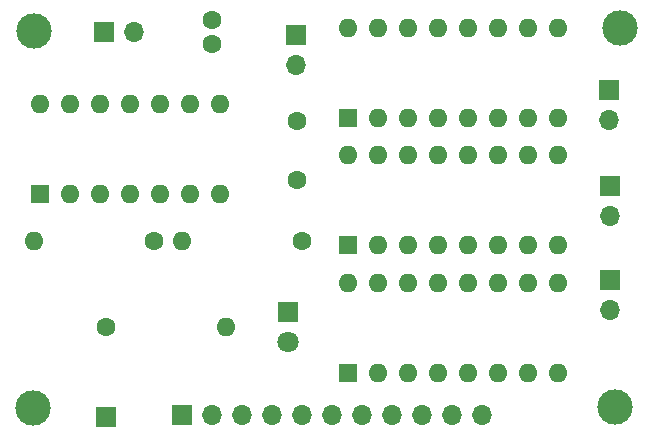
<source format=gbr>
%TF.GenerationSoftware,KiCad,Pcbnew,(5.1.9-0-10_14)*%
%TF.CreationDate,2021-04-28T22:00:07-04:00*%
%TF.ProjectId,CLOCK,434c4f43-4b2e-46b6-9963-61645f706362,rev?*%
%TF.SameCoordinates,Original*%
%TF.FileFunction,Soldermask,Top*%
%TF.FilePolarity,Negative*%
%FSLAX46Y46*%
G04 Gerber Fmt 4.6, Leading zero omitted, Abs format (unit mm)*
G04 Created by KiCad (PCBNEW (5.1.9-0-10_14)) date 2021-04-28 22:00:07*
%MOMM*%
%LPD*%
G01*
G04 APERTURE LIST*
%ADD10O,1.700000X1.700000*%
%ADD11R,1.700000X1.700000*%
%ADD12C,3.000000*%
%ADD13O,1.600000X1.600000*%
%ADD14C,1.600000*%
%ADD15C,1.800000*%
%ADD16R,1.800000X1.800000*%
%ADD17R,1.600000X1.600000*%
G04 APERTURE END LIST*
D10*
%TO.C,J3*%
X198475600Y-64782700D03*
D11*
X198475600Y-62242700D03*
%TD*%
D12*
%TO.C,REF\u002A\u002A*%
X176276000Y-61899800D03*
%TD*%
%TO.C,REF\u002A\u002A*%
X225450400Y-93713300D03*
%TD*%
%TO.C,REF\u002A\u002A*%
X176225200Y-93814900D03*
%TD*%
%TO.C,REF\u002A\u002A*%
X225882200Y-61696600D03*
%TD*%
D13*
%TO.C,R4*%
X192532000Y-86956900D03*
D14*
X182372000Y-86956900D03*
%TD*%
D15*
%TO.C,D2*%
X197789800Y-88290400D03*
D16*
X197789800Y-85750400D03*
%TD*%
D10*
%TO.C,J7*%
X225056700Y-77597000D03*
D11*
X225056700Y-75057000D03*
%TD*%
D10*
%TO.C,J6*%
X224980500Y-69456300D03*
D11*
X224980500Y-66916300D03*
%TD*%
D10*
%TO.C,J4*%
X225069400Y-85521800D03*
D11*
X225069400Y-82981800D03*
%TD*%
D13*
%TO.C,U4*%
X202857100Y-72453500D03*
X220637100Y-80073500D03*
X205397100Y-72453500D03*
X218097100Y-80073500D03*
X207937100Y-72453500D03*
X215557100Y-80073500D03*
X210477100Y-72453500D03*
X213017100Y-80073500D03*
X213017100Y-72453500D03*
X210477100Y-80073500D03*
X215557100Y-72453500D03*
X207937100Y-80073500D03*
X218097100Y-72453500D03*
X205397100Y-80073500D03*
X220637100Y-72453500D03*
D17*
X202857100Y-80073500D03*
%TD*%
D13*
%TO.C,U3*%
X202857100Y-83273900D03*
X220637100Y-90893900D03*
X205397100Y-83273900D03*
X218097100Y-90893900D03*
X207937100Y-83273900D03*
X215557100Y-90893900D03*
X210477100Y-83273900D03*
X213017100Y-90893900D03*
X213017100Y-83273900D03*
X210477100Y-90893900D03*
X215557100Y-83273900D03*
X207937100Y-90893900D03*
X218097100Y-83273900D03*
X205397100Y-90893900D03*
X220637100Y-83273900D03*
D17*
X202857100Y-90893900D03*
%TD*%
D13*
%TO.C,U2*%
X202882500Y-61683900D03*
X220662500Y-69303900D03*
X205422500Y-61683900D03*
X218122500Y-69303900D03*
X207962500Y-61683900D03*
X215582500Y-69303900D03*
X210502500Y-61683900D03*
X213042500Y-69303900D03*
X213042500Y-61683900D03*
X210502500Y-69303900D03*
X215582500Y-61683900D03*
X207962500Y-69303900D03*
X218122500Y-61683900D03*
X205422500Y-69303900D03*
X220662500Y-61683900D03*
D17*
X202882500Y-69303900D03*
%TD*%
D10*
%TO.C,J5*%
X214210900Y-94437200D03*
X211670900Y-94437200D03*
X209130900Y-94437200D03*
X206590900Y-94437200D03*
X204050900Y-94437200D03*
X201510900Y-94437200D03*
X198970900Y-94437200D03*
X196430900Y-94437200D03*
X193890900Y-94437200D03*
X191350900Y-94437200D03*
D11*
X188810900Y-94437200D03*
%TD*%
D13*
%TO.C,U1*%
X176822100Y-68097400D03*
X192062100Y-75717400D03*
X179362100Y-68097400D03*
X189522100Y-75717400D03*
X181902100Y-68097400D03*
X186982100Y-75717400D03*
X184442100Y-68097400D03*
X184442100Y-75717400D03*
X186982100Y-68097400D03*
X181902100Y-75717400D03*
X189522100Y-68097400D03*
X179362100Y-75717400D03*
X192062100Y-68097400D03*
D17*
X176822100Y-75717400D03*
%TD*%
D13*
%TO.C,R2*%
X188798200Y-79705200D03*
D14*
X198958200Y-79705200D03*
%TD*%
D13*
%TO.C,R1*%
X176276000Y-79705200D03*
D14*
X186436000Y-79705200D03*
%TD*%
D10*
%TO.C,J2*%
X184734200Y-61963300D03*
D11*
X182194200Y-61963300D03*
%TD*%
%TO.C,J1*%
X182372000Y-94564200D03*
%TD*%
D14*
%TO.C,C2*%
X198551800Y-74545200D03*
X198551800Y-69545200D03*
%TD*%
%TO.C,C1*%
X191350900Y-60992000D03*
X191350900Y-62992000D03*
%TD*%
M02*

</source>
